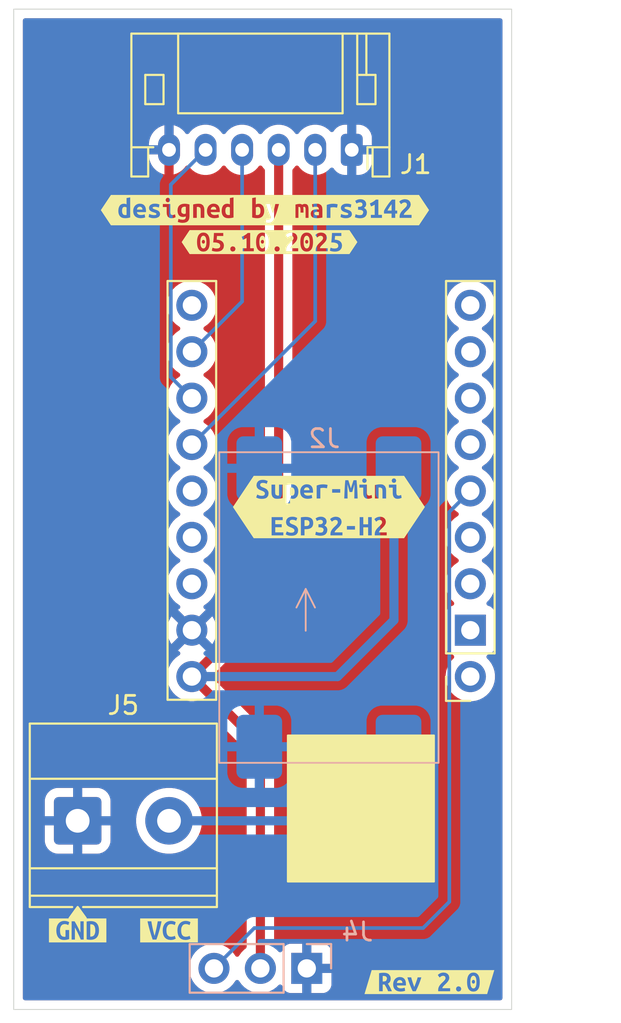
<source format=kicad_pcb>
(kicad_pcb (version 20241229) (generator "pcbnew") (generator_version "9.0")
  (title_block (title "Mole Beacon") (date "05.10.2025") (rev "2.0") (company "Peter Siegmund") (comment 1 "kicad@mars3142.org") (comment 2 "https://wiki.mars3142.dev/project/maerklin/warnemuende/lighthouse/start"))
  (layers (0 "F.Cu" signal) (2 "B.Cu" signal) (13 "F.Paste" user) (15 "B.Paste" user) (5 "F.SilkS" user "F.Silkscreen") (7 "B.SilkS" user "B.Silkscreen") (1 "F.Mask" user) (3 "B.Mask" user) (25 "Edge.Cuts" user))
  (net 0 "")
  (net 1 "+5V")
  (net 2 "OUTDOOR_L")
  (net 3 "IO")
  (net 4 "OUTDOOR_R")
  (net 5 "VCC")
  (net 15 "GND")
  (net 17 "BEACON")
  (footprint "Connector_JST:JST_PH_S6B-PH-K_1x06_P2.00mm_Horizontal" (layer "F.Cu") (at 107 49.95 180)
    (property "Reference" "J1" (at -3.5 -0.8 180) (layer "F.SilkS"))
    (property "Value" "Light")
    (pad "1" thru_hole roundrect (at 0 0 180) (size 1.2 1.75) (drill 0.75) (layers "*.Cu" "*.Mask") (roundrect_rratio 0.208333) (net 15 "GND"))
    (pad "2" thru_hole oval (at 2 0 180) (size 1.2 1.75) (drill 0.75) (layers "*.Cu" "*.Mask") (net 2 "OUTDOOR_L"))
    (pad "3" thru_hole oval (at 4 0 180) (size 1.2 1.75) (drill 0.75) (layers "*.Cu" "*.Mask") (net 1 "+5V"))
    (pad "4" thru_hole oval (at 6 0 180) (size 1.2 1.75) (drill 0.75) (layers "*.Cu" "*.Mask") (net 17 "BEACON"))
    (pad "5" thru_hole oval (at 8 0 180) (size 1.2 1.75) (drill 0.75) (layers "*.Cu" "*.Mask") (net 4 "OUTDOOR_R"))
    (pad "6" thru_hole oval (at 10 0 180) (size 1.2 1.75) (drill 0.75) (layers "*.Cu" "*.Mask") (net 15 "GND"))
  )
  (footprint "kibuzzard-6876C573" (layer "F.Cu") (at 102.25 53.25)
    (property "Reference" "kibuzzard-6876C573" (hide yes))
    (property "Value" "G***" (hide yes))
  )
  (footprint "kibuzzard-6876C010" (layer "F.Cu") (at 92 92.6725)
    (property "Reference" "kibuzzard-6876C010" (hide yes))
    (property "Value" "G***" (hide yes))
  )
  (footprint "kibuzzard-689F9361" (layer "F.Cu") (at 105.75 69.5)
    (property "Reference" "kibuzzard-689F9361" (hide yes))
    (property "Value" "G***" (hide yes))
  )
  (footprint "kibuzzard-6876C4C3" (layer "F.Cu") (at 102.5 55)
    (property "Reference" "kibuzzard-6876C4C3" (hide yes))
    (property "Value" "G***" (hide yes))
  )
  (footprint "TerminalBlock_Phoenix:TerminalBlock_Phoenix_MKDS-1,5-2_1x02_P5.00mm_Horizontal" (layer "F.Cu") (at 92 86.6725)
    (property "Reference" "J5" (at 2.5 -6.32 0) (layer "F.SilkS"))
    (property "Value" "Input")
    (pad "1" thru_hole roundrect (at 0 0) (size 2.6 2.6) (drill 1.3) (layers "*.Cu" "*.Mask") (roundrect_rratio 0.096154) (net 15 "GND"))
    (pad "2" thru_hole circle (at 5 0) (size 2.6 2.6) (drill 1.3) (layers "*.Cu" "*.Mask") (net 5 "VCC"))
  )
  (footprint "wemos:PinSocket_S3 Zero" (layer "F.Cu") (at 105.87 68.62 180)
    (property "Reference" "J3" (hide yes))
    (property "Value" "Conn_ESP32-H2_Super-Mini_-_Pins_only")
    (pad "1" thru_hole circle (at -7.62 -10.16 180) (size 1.7 1.7) (drill 1) (layers "*.Cu" "*.Mask"))
    (pad "2" thru_hole rect (at -7.62 -7.62 180) (size 1.7 1.7) (drill 1) (layers "*.Cu" "*.Mask"))
    (pad "3" thru_hole circle (at -7.62 -5.08 180) (size 1.7 1.7) (drill 1) (layers "*.Cu" "*.Mask"))
    (pad "4" thru_hole circle (at -7.62 -2.54 180) (size 1.7 1.7) (drill 1) (layers "*.Cu" "*.Mask"))
    (pad "5" thru_hole circle (at -7.62 0 180) (size 1.7 1.7) (drill 1) (layers "*.Cu" "*.Mask") (net 3 "IO"))
    (pad "6" thru_hole circle (at -7.62 2.54 180) (size 1.7 1.7) (drill 1) (layers "*.Cu" "*.Mask"))
    (pad "7" thru_hole circle (at -7.62 5.08 180) (size 1.7 1.7) (drill 1) (layers "*.Cu" "*.Mask"))
    (pad "8" thru_hole circle (at -7.62 7.62 180) (size 1.7 1.7) (drill 1) (layers "*.Cu" "*.Mask"))
    (pad "9" thru_hole circle (at -7.62 10.16 180) (size 1.7 1.7) (drill 1) (layers "*.Cu" "*.Mask"))
    (pad "10" thru_hole circle (at 7.62 -10.16 180) (size 1.7 1.7) (drill 1) (layers "*.Cu" "*.Mask") (net 1 "+5V"))
    (pad "11" thru_hole circle (at 7.62 -7.62 180) (size 1.7 1.7) (drill 1) (layers "*.Cu" "*.Mask") (net 15 "GND"))
    (pad "12" thru_hole circle (at 7.62 -5.08 180) (size 1.7 1.7) (drill 1) (layers "*.Cu" "*.Mask"))
    (pad "13" thru_hole circle (at 7.62 -2.54 180) (size 1.7 1.7) (drill 1) (layers "*.Cu" "*.Mask"))
    (pad "14" thru_hole circle (at 7.62 0 180) (size 1.7 1.7) (drill 1) (layers "*.Cu" "*.Mask"))
    (pad "15" thru_hole circle (at 7.62 2.54 180) (size 1.7 1.7) (drill 1) (layers "*.Cu" "*.Mask") (net 2 "OUTDOOR_L"))
    (pad "16" thru_hole circle (at 7.62 5.08 180) (size 1.7 1.7) (drill 1) (layers "*.Cu" "*.Mask") (net 4 "OUTDOOR_R"))
    (pad "17" thru_hole circle (at 7.62 7.62 180) (size 1.7 1.7) (drill 1) (layers "*.Cu" "*.Mask") (net 17 "BEACON"))
    (pad "18" thru_hole circle (at 7.62 10.16 180) (size 1.7 1.7) (drill 1) (layers "*.Cu" "*.Mask"))
  )
  (footprint "kibuzzard-68B8583C" (layer "F.Cu") (at 97 92.6725)
    (property "Reference" "kibuzzard-68B8583C" (hide yes))
    (property "Value" "G***" (hide yes))
  )
  (footprint "kibuzzard-68B98DAB" (layer "F.Cu") (at 111.25 95.5)
    (property "Reference" "kibuzzard-68B98DAB" (hide yes))
    (property "Value" "G***" (hide yes))
  )
  (footprint "Connector_PinSocket_2.54mm:PinSocket_1x03_P2.54mm_Vertical" (layer "B.Cu") (at 104.54 94.75 90)
    (property "Reference" "J4" (at 2 2.77 0) (layer "B.SilkS") (effects (justify mirror)))
    (property "Value" "Touch")
    (pad "1" thru_hole rect (at 0 0 90) (size 1.7 1.7) (drill 1) (layers "*.Cu" "*.Mask") (net 15 "GND"))
    (pad "2" thru_hole circle (at 0 -2.54 90) (size 1.7 1.7) (drill 1) (layers "*.Cu" "*.Mask") (net 1 "+5V"))
    (pad "3" thru_hole circle (at 0 -5.08 90) (size 1.7 1.7) (drill 1) (layers "*.Cu" "*.Mask") (net 3 "IO"))
  )
  (footprint "aliexpress:Buck Converter (30V to 5V)" (layer "B.Cu") (at 105.75 75 90)
    (property "Reference" "J2" (at 9.25 -0.25 0) (layer "B.SilkS") (effects (justify mirror)))
    (property "Value" "Buck Converter")
    (pad "1" smd roundrect (at -7.62 3.81 90) (size 3.5 2.5) (layers "B.Cu" "B.Mask" "B.Paste") (roundrect_rratio 0.15) (net 5 "VCC"))
    (pad "2" smd roundrect (at -7.62 -3.81 90) (size 3.5 2.5) (layers "B.Cu" "B.Mask" "B.Paste") (roundrect_rratio 0.15) (net 15 "GND"))
    (pad "3" smd roundrect (at 7.62 3.81 90) (size 3.5 2.5) (layers "B.Cu" "B.Mask" "B.Paste") (roundrect_rratio 0.15) (net 1 "+5V"))
    (pad "4" smd roundrect (at 7.62 -3.81 90) (size 3.5 2.5) (layers "B.Cu" "B.Mask" "B.Paste") (roundrect_rratio 0.15) (net 15 "GND"))
  )
  (gr_rect (start 103.5 82) (end 111.5 90) (stroke (width 0.1)) (fill yes) (layer "F.SilkS"))
  (gr_rect (start 88.5 42.25) (end 115.75 97) (stroke (width 0.05)) (fill no) (layer "Edge.Cuts"))
  (segment (start 98.25 78.78) (end 103 74.03) (width 0.5) (layer "F.Cu") (net 1))
  (segment (start 103 74.03) (end 103 49.95) (width 0.5) (layer "F.Cu") (net 1))
  (segment (start 102 82.53) (end 98.25 78.78) (width 0.5) (layer "F.Cu") (net 1))
  (segment (start 102 94.75) (end 102 82.53) (width 0.5) (layer "F.Cu") (net 1))
  (segment (start 109.31 67.63) (end 109.31 75.69) (width 0.5) (layer "B.Cu") (net 1))
  (segment (start 106.22 78.78) (end 98.25 78.78) (width 0.5) (layer "B.Cu") (net 1))
  (segment (start 109.31 75.69) (end 106.22 78.78) (width 0.5) (layer "B.Cu") (net 1))
  (segment (start 109.56 67.38) (end 109.31 67.63) (width 0.5) (layer "B.Cu") (net 1))
  (segment (start 98.25 66.08) (end 105 59.33) (width 0.2) (layer "B.Cu") (net 2))
  (segment (start 105 59.33) (end 105 49.95) (width 0.2) (layer "B.Cu") (net 2))
  (segment (start 110.905008 92.541) (end 112.339 91.107008) (width 0.2) (layer "B.Cu") (net 3))
  (segment (start 99.46 94.54) (end 99.5 94.5) (width 0.2) (layer "B.Cu") (net 3))
  (segment (start 101.669 92.541) (end 110.905008 92.541) (width 0.2) (layer "B.Cu") (net 3))
  (segment (start 112.339 91.107008) (end 112.339 69.771) (width 0.2) (layer "B.Cu") (net 3))
  (segment (start 99.46 94.75) (end 101.669 92.541) (width 0.2) (layer "B.Cu") (net 3))
  (segment (start 112.339 69.771) (end 113.49 68.62) (width 0.2) (layer "B.Cu") (net 3))
  (segment (start 97.099 51.851) (end 99 49.95) (width 0.2) (layer "B.Cu") (net 4))
  (segment (start 97.099 62.389) (end 97.099 51.851) (width 0.2) (layer "B.Cu") (net 4))
  (segment (start 98.25 63.54) (end 97.099 62.389) (width 0.2) (layer "B.Cu") (net 4))
  (segment (start 105.9325 86.6725) (end 109.31 83.295) (width 0.5) (layer "B.Cu") (net 5))
  (segment (start 109.31 82.87) (end 109.56 82.62) (width 0.5) (layer "B.Cu") (net 5))
  (segment (start 109.31 83.295) (end 109.31 82.87) (width 0.5) (layer "B.Cu") (net 5))
  (segment (start 97 86.6725) (end 105.9325 86.6725) (width 0.5) (layer "B.Cu") (net 5))
  (segment (start 98.25 61) (end 101 58.25) (width 0.2) (layer "B.Cu") (net 17))
  (segment (start 101 58.25) (end 101 49.95) (width 0.2) (layer "B.Cu") (net 17))
  (zone (net 15) (net_name "GND") (layers "F.Cu" "B.Cu") (connect_pads (clearance 0.5)) (min_thickness 0.25) (fill yes (thermal_gap 0.5) (thermal_bridge_width 0.5))
    (polygon (pts (xy 116.5 41.75) (xy 87.75 41.75) (xy 87.75 97.75) (xy 116.5 97.75)))
  )
)
</source>
